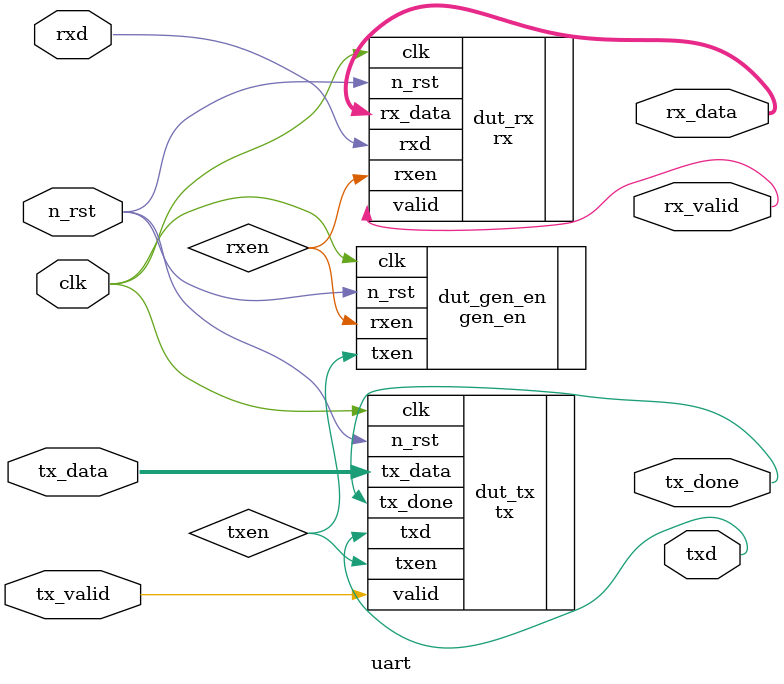
<source format=v>
`timescale 1ps/1ps
module uart (
    input clk,
    input n_rst,

    input rxd,
    output [7:0] rx_data,
    output rx_valid,

    input [7:0] tx_data,
    output txd,
    input tx_valid,
    output tx_done
);

    wire txen;
    wire rxen;

    gen_en dut_gen_en (
        .clk(clk),
        .n_rst(n_rst),
        .txen(txen),
        .rxen(rxen)
    );

    rx dut_rx (
        .clk(clk),
        .n_rst(n_rst),
        .rxen(rxen),
        .rxd(rxd),
        .rx_data(rx_data),
        .valid(rx_valid)
    );

    tx dut_tx (
        .clk(clk),
        .n_rst(n_rst),
        .txen(txen),
        .tx_data(tx_data),
        .txd(txd),
        .valid(tx_valid),
        .tx_done(tx_done)
    );

endmodule


</source>
